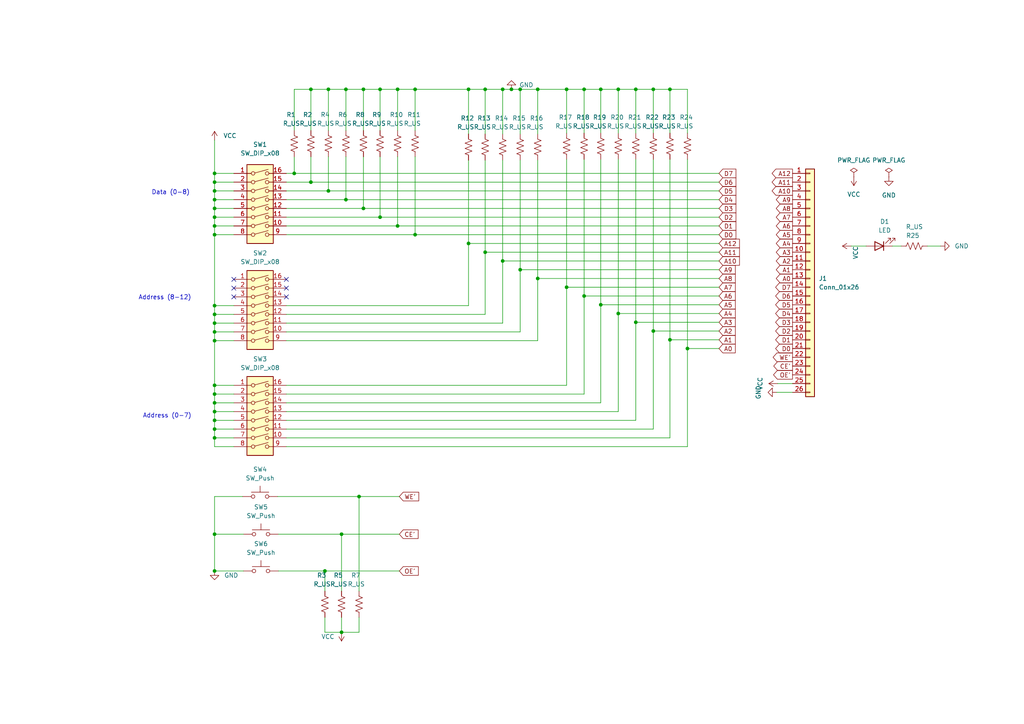
<source format=kicad_sch>
(kicad_sch (version 20211123) (generator eeschema)
  (paper "A4")
  (title_block (title "Debug board") (date "2025-06-06") (rev "1"))
  (lib_symbols
    (symbol "Connector_Generic:Conn_01x26" (pin_names (offset 1.016) hide)
      (property "Reference" "J" (at 0 33.02 0))
      (property "Value" "Conn_01x26" (at 0 -35.56 0))
      (symbol "Conn_01x26_1_1"
        (rectangle (start -1.27 -32.893) (end 0 -33.147) (stroke (width 0.1524)))
        (rectangle (start -1.27 -30.353) (end 0 -30.607) (stroke (width 0.1524)))
        (rectangle (start -1.27 -27.813) (end 0 -28.067) (stroke (width 0.1524)))
        (rectangle (start -1.27 -25.273) (end 0 -25.527) (stroke (width 0.1524)))
        (rectangle (start -1.27 -22.733) (end 0 -22.987) (stroke (width 0.1524)))
        (rectangle (start -1.27 -20.193) (end 0 -20.447) (stroke (width 0.1524)))
        (rectangle (start -1.27 -17.653) (end 0 -17.907) (stroke (width 0.1524)))
        (rectangle (start -1.27 -15.113) (end 0 -15.367) (stroke (width 0.1524)))
        (rectangle (start -1.27 -12.573) (end 0 -12.827) (stroke (width 0.1524)))
        (rectangle (start -1.27 -10.033) (end 0 -10.287) (stroke (width 0.1524)))
        (rectangle (start -1.27 -7.493) (end 0 -7.747) (stroke (width 0.1524)))
        (rectangle (start -1.27 -4.953) (end 0 -5.207) (stroke (width 0.1524)))
        (rectangle (start -1.27 -2.413) (end 0 -2.667) (stroke (width 0.1524)))
        (rectangle (start -1.27 0.127) (end 0 -0.127) (stroke (width 0.1524)))
        (rectangle (start -1.27 2.667) (end 0 2.413) (stroke (width 0.1524)))
        (rectangle (start -1.27 5.207) (end 0 4.953) (stroke (width 0.1524)))
        (rectangle (start -1.27 7.747) (end 0 7.493) (stroke (width 0.1524)))
        (rectangle (start -1.27 10.287) (end 0 10.033) (stroke (width 0.1524)))
        (rectangle (start -1.27 12.827) (end 0 12.573) (stroke (width 0.1524)))
        (rectangle (start -1.27 15.367) (end 0 15.113) (stroke (width 0.1524)))
        (rectangle (start -1.27 17.907) (end 0 17.653) (stroke (width 0.1524)))
        (rectangle (start -1.27 20.447) (end 0 20.193) (stroke (width 0.1524)))
        (rectangle (start -1.27 22.987) (end 0 22.733) (stroke (width 0.1524)))
        (rectangle (start -1.27 25.527) (end 0 25.273) (stroke (width 0.1524)))
        (rectangle (start -1.27 28.067) (end 0 27.813) (stroke (width 0.1524)))
        (rectangle (start -1.27 30.607) (end 0 30.353) (stroke (width 0.1524)))
        (rectangle (start -1.27 31.75) (end 1.27 -34.29) (stroke (width 0.254)) (fill (type background)))
        (pin passive line (at -5.08 30.48 0) (length 3.81) (name "Pin_1") (number "1"))
        (pin passive line (at -5.08 7.62 0) (length 3.81) (name "Pin_10") (number "10"))
        (pin passive line (at -5.08 5.08 0) (length 3.81) (name "Pin_11") (number "11"))
        (pin passive line (at -5.08 2.54 0) (length 3.81) (name "Pin_12") (number "12"))
        (pin passive line (at -5.08 0 0) (length 3.81) (name "Pin_13") (number "13"))
        (pin passive line (at -5.08 -2.54 0) (length 3.81) (name "Pin_14") (number "14"))
        (pin passive line (at -5.08 -5.08 0) (length 3.81) (name "Pin_15") (number "15"))
        (pin passive line (at -5.08 -7.62 0) (length 3.81) (name "Pin_16") (number "16"))
        (pin passive line (at -5.08 -10.16 0) (length 3.81) (name "Pin_17") (number "17"))
        (pin passive line (at -5.08 -12.7 0) (length 3.81) (name "Pin_18") (number "18"))
        (pin passive line (at -5.08 -15.24 0) (length 3.81) (name "Pin_19") (number "19"))
        (pin passive line (at -5.08 27.94 0) (length 3.81) (name "Pin_2") (number "2"))
        (pin passive line (at -5.08 -17.78 0) (length 3.81) (name "Pin_20") (number "20"))
        (pin passive line (at -5.08 -20.32 0) (length 3.81) (name "Pin_21") (number "21"))
        (pin passive line (at -5.08 -22.86 0) (length 3.81) (name "Pin_22") (number "22"))
        (pin passive line (at -5.08 -25.4 0) (length 3.81) (name "Pin_23") (number "23"))
        (pin passive line (at -5.08 -27.94 0) (length 3.81) (name "Pin_24") (number "24"))
        (pin passive line (at -5.08 -30.48 0) (length 3.81) (name "Pin_25") (number "25"))
        (pin passive line (at -5.08 -33.02 0) (length 3.81) (name "Pin_26") (number "26"))
        (pin passive line (at -5.08 25.4 0) (length 3.81) (name "Pin_3") (number "3"))
        (pin passive line (at -5.08 22.86 0) (length 3.81) (name "Pin_4") (number "4"))
        (pin passive line (at -5.08 20.32 0) (length 3.81) (name "Pin_5") (number "5"))
        (pin passive line (at -5.08 17.78 0) (length 3.81) (name "Pin_6") (number "6"))
        (pin passive line (at -5.08 15.24 0) (length 3.81) (name "Pin_7") (number "7"))
        (pin passive line (at -5.08 12.7 0) (length 3.81) (name "Pin_8") (number "8"))
        (pin passive line (at -5.08 10.16 0) (length 3.81) (name "Pin_9") (number "9"))
      )
    )
    (symbol "Device:LED" (pin_numbers hide) (pin_names (offset 1.016) hide)
      (property "Reference" "D" (at 0 2.54 0))
      (property "Value" "LED" (at 0 -2.54 0))
      (symbol "LED_0_1"
        (polyline (pts (xy -1.27 -1.27) (xy -1.27 1.27)) (stroke (width 0.254)))
        (polyline (pts (xy -1.27 0) (xy 1.27 0)))
        (polyline (pts (xy 1.27 -1.27) (xy 1.27 1.27) (xy -1.27 0) (xy 1.27 -1.27)) (stroke (width 0.254)))
        (polyline (pts (xy -3.048 -0.762) (xy -4.572 -2.286) (xy -3.81 -2.286) (xy -4.572 -2.286) (xy -4.572 -1.524)))
        (polyline (pts (xy -1.778 -0.762) (xy -3.302 -2.286) (xy -2.54 -2.286) (xy -3.302 -2.286) (xy -3.302 -1.524)))
      )
      (symbol "LED_1_1"
        (pin passive line (at -3.81 0 0) (length 2.54) (name "K") (number "1"))
        (pin passive line (at 3.81 0 180) (length 2.54) (name "A") (number "2"))
      )
    )
    (symbol "Device:R_US" (pin_numbers hide) (pin_names (offset 0))
      (property "Reference" "R" (at 2.54 0 90))
      (property "Value" "R_US" (at -2.54 0 90))
      (symbol "R_US_0_1"
        (polyline (pts (xy 0 -2.286) (xy 0 -2.54)))
        (polyline (pts (xy 0 2.286) (xy 0 2.54)))
        (polyline (pts (xy 0 -0.762) (xy 1.016 -1.143) (xy 0 -1.524) (xy -1.016 -1.905) (xy 0 -2.286)))
        (polyline (pts (xy 0 0.762) (xy 1.016 0.381) (xy 0 0) (xy -1.016 -0.381) (xy 0 -0.762)))
        (polyline (pts (xy 0 2.286) (xy 1.016 1.905) (xy 0 1.524) (xy -1.016 1.143) (xy 0 0.762)))
      )
      (symbol "R_US_1_1"
        (pin passive line (at 0 3.81 270) (length 1.27) (name "~") (number "1"))
        (pin passive line (at 0 -3.81 90) (length 1.27) (name "~") (number "2"))
      )
    )
    (symbol "Switch:SW_DIP_x08" (pin_names (offset 0) hide)
      (property "Reference" "SW" (at 0 13.97 0))
      (property "Value" "SW_DIP_x08" (at 0 -11.43 0))
      (symbol "SW_DIP_x08_0_0"
        (circle (center -2.032 -7.62) (radius 0.508))
        (circle (center -2.032 -5.08) (radius 0.508))
        (circle (center -2.032 -2.54) (radius 0.508))
        (circle (center -2.032 0) (radius 0.508))
        (circle (center -2.032 2.54) (radius 0.508))
        (circle (center -2.032 5.08) (radius 0.508))
        (circle (center -2.032 7.62) (radius 0.508))
        (circle (center -2.032 10.16) (radius 0.508))
        (polyline (pts (xy -1.524 -7.4676) (xy 2.3622 -6.4262)))
        (polyline (pts (xy -1.524 -4.9276) (xy 2.3622 -3.8862)))
        (polyline (pts (xy -1.524 -2.3876) (xy 2.3622 -1.3462)))
        (polyline (pts (xy -1.524 0.127) (xy 2.3622 1.1684)))
        (polyline (pts (xy -1.524 2.667) (xy 2.3622 3.7084)))
        (polyline (pts (xy -1.524 5.207) (xy 2.3622 6.2484)))
        (polyline (pts (xy -1.524 7.747) (xy 2.3622 8.7884)))
        (polyline (pts (xy -1.524 10.287) (xy 2.3622 11.3284)))
        (circle (center 2.032 -7.62) (radius 0.508))
        (circle (center 2.032 -5.08) (radius 0.508))
        (circle (center 2.032 -2.54) (radius 0.508))
        (circle (center 2.032 0) (radius 0.508))
        (circle (center 2.032 2.54) (radius 0.508))
        (circle (center 2.032 5.08) (radius 0.508))
        (circle (center 2.032 7.62) (radius 0.508))
        (circle (center 2.032 10.16) (radius 0.508))
      )
      (symbol "SW_DIP_x08_0_1"
        (rectangle (start -3.81 12.7) (end 3.81 -10.16) (stroke (width 0.254)) (fill (type background)))
      )
      (symbol "SW_DIP_x08_1_1"
        (pin passive line (at -7.62 10.16 0) (length 5.08) (name "~") (number "1"))
        (pin passive line (at 7.62 -5.08 180) (length 5.08) (name "~") (number "10"))
        (pin passive line (at 7.62 -2.54 180) (length 5.08) (name "~") (number "11"))
        (pin passive line (at 7.62 0 180) (length 5.08) (name "~") (number "12"))
        (pin passive line (at 7.62 2.54 180) (length 5.08) (name "~") (number "13"))
        (pin passive line (at 7.62 5.08 180) (length 5.08) (name "~") (number "14"))
        (pin passive line (at 7.62 7.62 180) (length 5.08) (name "~") (number "15"))
        (pin passive line (at 7.62 10.16 180) (length 5.08) (name "~") (number "16"))
        (pin passive line (at -7.62 7.62 0) (length 5.08) (name "~") (number "2"))
        (pin passive line (at -7.62 5.08 0) (length 5.08) (name "~") (number "3"))
        (pin passive line (at -7.62 2.54 0) (length 5.08) (name "~") (number "4"))
        (pin passive line (at -7.62 0 0) (length 5.08) (name "~") (number "5"))
        (pin passive line (at -7.62 -2.54 0) (length 5.08) (name "~") (number "6"))
        (pin passive line (at -7.62 -5.08 0) (length 5.08) (name "~") (number "7"))
        (pin passive line (at -7.62 -7.62 0) (length 5.08) (name "~") (number "8"))
        (pin passive line (at 7.62 -7.62 180) (length 5.08) (name "~") (number "9"))
      )
    )
    (symbol "Switch:SW_Push" (pin_numbers hide) (pin_names (offset 1.016) hide)
      (property "Reference" "SW" (at 1.27 2.54 0))
      (property "Value" "SW_Push" (at 0 -1.524 0))
      (symbol "SW_Push_0_1"
        (circle (center -2.032 0) (radius 0.508))
        (polyline (pts (xy 0 1.27) (xy 0 3.048)))
        (polyline (pts (xy 2.54 1.27) (xy -2.54 1.27)))
        (circle (center 2.032 0) (radius 0.508))
        (pin passive line (at -5.08 0 0) (length 2.54) (name "1") (number "1"))
        (pin passive line (at 5.08 0 180) (length 2.54) (name "2") (number "2"))
      )
    )
    (symbol "power:GND" (power) (pin_names (offset 0))
      (property "Value" "GND" (at 0 -3.81 0))
      (symbol "GND_0_1"
        (polyline (pts (xy 0 0) (xy 0 -1.27) (xy 1.27 -1.27) (xy 0 -2.54) (xy -1.27 -1.27) (xy 0 -1.27)))
      )
      (symbol "GND_1_1"
        (pin power_in line (at 0 0 270) (length 0) hide (name "GND") (number "1"))
      )
    )
    (symbol "power:PWR_FLAG" (power) (pin_numbers hide) (pin_names (offset 0) hide)
      (property "Value" "PWR_FLAG" (at 0 3.81 0))
      (symbol "PWR_FLAG_0_0"
        (pin power_out line (at 0 0 90) (length 0) (name "pwr") (number "1"))
      )
      (symbol "PWR_FLAG_0_1"
        (polyline (pts (xy 0 0) (xy 0 1.27) (xy -1.016 1.905) (xy 0 2.54) (xy 1.016 1.905) (xy 0 1.27)))
      )
    )
    (symbol "power:VCC" (power) (pin_names (offset 0))
      (property "Value" "VCC" (at 0 3.81 0))
      (symbol "VCC_0_1"
        (polyline (pts (xy -0.762 1.27) (xy 0 2.54)))
        (polyline (pts (xy 0 0) (xy 0 2.54)))
        (polyline (pts (xy 0 2.54) (xy 0.762 1.27)))
      )
      (symbol "VCC_1_1"
        (pin power_in line (at 0 0 90) (length 0) hide (name "VCC") (number "1"))
      )
    )
  )
  (junction (at 85.344 50.292))
  (junction (at 99.06 154.94))
  (junction (at 189.484 25.908))
  (junction (at 140.716 73.152))
  (junction (at 135.89 70.612))
  (junction (at 164.338 25.908))
  (junction (at 179.324 90.932))
  (junction (at 95.25 55.372))
  (junction (at 140.716 25.908))
  (junction (at 145.796 25.908))
  (junction (at 179.324 25.908))
  (junction (at 62.23 116.84))
  (junction (at 62.23 98.806))
  (junction (at 120.396 25.908))
  (junction (at 184.404 93.472))
  (junction (at 184.404 25.908))
  (junction (at 115.316 65.532))
  (junction (at 62.23 154.94))
  (junction (at 62.23 50.292))
  (junction (at 62.23 65.532))
  (junction (at 62.23 165.608))
  (junction (at 100.33 57.912))
  (junction (at 164.338 83.312))
  (junction (at 145.796 75.692))
  (junction (at 62.23 119.38))
  (junction (at 62.23 93.726))
  (junction (at 174.244 25.908))
  (junction (at 94.234 165.608))
  (junction (at 62.23 121.92))
  (junction (at 120.396 68.072))
  (junction (at 105.41 60.452))
  (junction (at 62.23 52.832))
  (junction (at 62.23 68.072))
  (junction (at 100.33 25.908))
  (junction (at 169.418 25.908))
  (junction (at 62.23 124.46))
  (junction (at 62.23 127))
  (junction (at 62.23 96.266))
  (junction (at 169.418 85.852))
  (junction (at 62.23 111.76))
  (junction (at 115.316 25.908))
  (junction (at 62.23 60.452))
  (junction (at 105.41 25.908))
  (junction (at 104.14 144.018))
  (junction (at 155.956 25.908))
  (junction (at 135.89 25.908))
  (junction (at 62.23 114.3))
  (junction (at 90.17 25.908))
  (junction (at 99.06 183.388))
  (junction (at 194.31 25.908))
  (junction (at 62.23 62.992))
  (junction (at 155.956 80.772))
  (junction (at 174.244 88.392))
  (junction (at 62.23 57.912))
  (junction (at 148.336 25.908))
  (junction (at 194.31 98.552))
  (junction (at 110.236 25.908))
  (junction (at 62.23 55.372))
  (junction (at 95.25 25.908))
  (junction (at 62.23 91.186))
  (junction (at 110.236 62.992))
  (junction (at 62.23 88.646))
  (junction (at 150.876 25.908))
  (junction (at 150.876 78.232))
  (junction (at 90.17 52.832))
  (junction (at 189.484 96.012))
  (junction (at 199.39 101.092))
  (no_connect (at 83.058 83.566))
  (no_connect (at 83.058 81.026))
  (no_connect (at 67.818 81.026))
  (no_connect (at 67.818 86.106))
  (no_connect (at 67.818 83.566))
  (no_connect (at 83.058 86.106))
  (wire (pts (xy 62.23 65.532) (xy 62.23 68.072)))
  (wire (pts (xy 80.518 144.018) (xy 104.14 144.018)))
  (wire (pts (xy 184.404 25.908) (xy 189.484 25.908)))
  (wire (pts (xy 140.716 73.152) (xy 140.716 91.186)))
  (wire (pts (xy 62.23 154.94) (xy 70.612 154.94)))
  (wire (pts (xy 208.534 93.472) (xy 184.404 93.472)))
  (wire (pts (xy 67.818 50.292) (xy 62.23 50.292)))
  (wire (pts (xy 189.484 25.908) (xy 194.31 25.908)))
  (wire (pts (xy 174.244 25.908) (xy 179.324 25.908)))
  (wire (pts (xy 135.89 70.612) (xy 208.534 70.612)))
  (wire (pts (xy 140.716 73.152) (xy 208.534 73.152)))
  (wire (pts (xy 208.5336 83.312) (xy 164.338 83.312)))
  (wire (pts (xy 62.23 124.46) (xy 62.23 127)))
  (wire (pts (xy 62.23 68.072) (xy 62.23 88.646)))
  (wire (pts (xy 169.418 25.908) (xy 174.244 25.908)))
  (wire (pts (xy 179.324 46.228) (xy 179.324 90.932)))
  (wire (pts (xy 62.23 144.018) (xy 70.358 144.018)))
  (wire (pts (xy 105.41 45.466) (xy 105.41 60.452)))
  (wire (pts (xy 261.366 71.374) (xy 258.826 71.374)))
  (wire (pts (xy 135.89 46.482) (xy 135.89 70.612)))
  (wire (pts (xy 120.396 25.908) (xy 135.89 25.908)))
  (wire (pts (xy 90.17 52.832) (xy 208.534 52.832)))
  (wire (pts (xy 272.796 71.374) (xy 268.986 71.374)))
  (wire (pts (xy 67.818 52.832) (xy 62.23 52.832)))
  (wire (pts (xy 104.14 183.388) (xy 99.06 183.388)))
  (wire (pts (xy 62.23 91.186) (xy 62.23 93.726)))
  (wire (pts (xy 145.796 25.908) (xy 148.336 25.908)))
  (wire (pts (xy 100.33 57.912) (xy 208.534 57.912)))
  (wire (pts (xy 67.818 65.532) (xy 62.23 65.532)))
  (wire (pts (xy 85.344 37.846) (xy 85.344 25.908)))
  (wire (pts (xy 169.418 46.228) (xy 169.418 85.852)))
  (wire (pts (xy 148.336 25.908) (xy 150.876 25.908)))
  (wire (pts (xy 150.876 46.482) (xy 150.876 78.232)))
  (wire (pts (xy 110.236 25.908) (xy 115.316 25.908)))
  (wire (pts (xy 208.534 80.772) (xy 155.956 80.772)))
  (wire (pts (xy 99.06 179.07) (xy 99.06 183.388)))
  (wire (pts (xy 80.772 165.608) (xy 94.234 165.608)))
  (wire (pts (xy 83.058 93.726) (xy 145.796 93.726)))
  (wire (pts (xy 199.39 46.228) (xy 199.39 101.092)))
  (wire (pts (xy 62.23 121.92) (xy 62.23 124.46)))
  (wire (pts (xy 179.324 25.908) (xy 184.404 25.908)))
  (wire (pts (xy 120.396 68.072) (xy 120.396 45.466)))
  (wire (pts (xy 83.058 129.54) (xy 199.39 129.54)))
  (wire (pts (xy 62.23 68.072) (xy 67.818 68.072)))
  (wire (pts (xy 62.23 114.3) (xy 67.818 114.3)))
  (wire (pts (xy 67.818 62.992) (xy 62.23 62.992)))
  (wire (pts (xy 105.41 25.908) (xy 110.236 25.908)))
  (wire (pts (xy 62.23 98.806) (xy 62.23 111.76)))
  (wire (pts (xy 115.316 25.908) (xy 115.316 37.846)))
  (wire (pts (xy 62.23 165.608) (xy 70.612 165.608)))
  (wire (pts (xy 83.058 121.92) (xy 184.404 121.92)))
  (wire (pts (xy 208.534 101.092) (xy 199.39 101.092)))
  (wire (pts (xy 155.956 80.772) (xy 155.956 98.806)))
  (wire (pts (xy 83.058 111.76) (xy 164.338 111.76)))
  (wire (pts (xy 164.338 83.312) (xy 164.338 111.76)))
  (wire (pts (xy 83.058 68.072) (xy 120.396 68.072)))
  (wire (pts (xy 208.534 96.012) (xy 189.484 96.012)))
  (wire (pts (xy 80.772 154.94) (xy 99.06 154.94)))
  (wire (pts (xy 189.484 46.228) (xy 189.484 96.012)))
  (wire (pts (xy 164.338 46.228) (xy 164.338 83.312)))
  (wire (pts (xy 110.236 62.992) (xy 208.534 62.992)))
  (wire (pts (xy 150.876 78.232) (xy 208.534 78.232)))
  (wire (pts (xy 83.058 119.38) (xy 179.324 119.38)))
  (wire (pts (xy 135.89 38.862) (xy 135.89 25.908)))
  (wire (pts (xy 194.31 98.552) (xy 194.31 127)))
  (wire (pts (xy 62.23 50.292) (xy 62.23 52.832)))
  (wire (pts (xy 145.796 46.482) (xy 145.796 75.692)))
  (wire (pts (xy 184.404 38.608) (xy 184.404 25.908)))
  (wire (pts (xy 150.876 25.908) (xy 155.956 25.908)))
  (wire (pts (xy 150.876 38.862) (xy 150.876 25.908)))
  (wire (pts (xy 83.058 88.646) (xy 135.89 88.646)))
  (wire (pts (xy 95.25 37.846) (xy 95.25 25.908)))
  (wire (pts (xy 145.796 75.692) (xy 145.796 93.726)))
  (wire (pts (xy 62.23 57.912) (xy 67.818 57.912)))
  (wire (pts (xy 95.25 25.908) (xy 100.33 25.908)))
  (wire (pts (xy 208.534 88.392) (xy 174.244 88.392)))
  (wire (pts (xy 62.23 154.94) (xy 62.23 165.608)))
  (wire (pts (xy 140.716 46.482) (xy 140.716 73.152)))
  (wire (pts (xy 189.484 96.012) (xy 189.484 124.46)))
  (wire (pts (xy 94.234 183.388) (xy 99.06 183.388)))
  (wire (pts (xy 83.058 57.912) (xy 100.33 57.912)))
  (wire (pts (xy 135.89 70.612) (xy 135.89 88.646)))
  (wire (pts (xy 62.23 93.726) (xy 62.23 96.266)))
  (wire (pts (xy 62.23 116.84) (xy 62.23 119.38)))
  (wire (pts (xy 62.23 62.992) (xy 62.23 65.532)))
  (wire (pts (xy 199.39 101.092) (xy 199.39 129.54)))
  (wire (pts (xy 67.818 96.266) (xy 62.23 96.266)))
  (wire (pts (xy 67.818 55.372) (xy 62.23 55.372)))
  (wire (pts (xy 62.23 127) (xy 62.23 129.54)))
  (wire (pts (xy 105.41 60.452) (xy 208.534 60.452)))
  (wire (pts (xy 104.14 144.018) (xy 104.14 171.45)))
  (wire (pts (xy 120.396 25.908) (xy 115.316 25.908)))
  (wire (pts (xy 62.23 111.76) (xy 67.818 111.76)))
  (wire (pts (xy 85.344 50.292) (xy 85.344 45.466)))
  (wire (pts (xy 155.956 46.482) (xy 155.956 80.772)))
  (wire (pts (xy 90.17 45.466) (xy 90.17 52.832)))
  (wire (pts (xy 199.39 38.608) (xy 199.39 25.908)))
  (wire (pts (xy 95.25 55.372) (xy 95.25 45.466)))
  (wire (pts (xy 174.244 88.392) (xy 174.244 116.84)))
  (wire (pts (xy 155.956 38.862) (xy 155.956 25.908)))
  (wire (pts (xy 120.396 37.846) (xy 120.396 25.908)))
  (wire (pts (xy 100.33 25.908) (xy 105.41 25.908)))
  (wire (pts (xy 83.058 60.452) (xy 105.41 60.452)))
  (wire (pts (xy 184.404 93.472) (xy 184.404 121.92)))
  (wire (pts (xy 62.23 96.266) (xy 62.23 98.806)))
  (wire (pts (xy 208.534 90.932) (xy 179.324 90.932)))
  (wire (pts (xy 62.23 114.3) (xy 62.23 116.84)))
  (wire (pts (xy 90.17 37.846) (xy 90.17 25.908)))
  (wire (pts (xy 62.23 144.018) (xy 62.23 154.94)))
  (wire (pts (xy 105.41 37.846) (xy 105.41 25.908)))
  (wire (pts (xy 62.23 88.646) (xy 62.23 91.186)))
  (wire (pts (xy 155.956 25.908) (xy 164.338 25.908)))
  (wire (pts (xy 115.316 65.532) (xy 208.534 65.532)))
  (wire (pts (xy 67.818 60.452) (xy 62.23 60.452)))
  (wire (pts (xy 140.716 38.862) (xy 140.716 25.908)))
  (wire (pts (xy 67.818 93.726) (xy 62.23 93.726)))
  (wire (pts (xy 83.058 98.806) (xy 155.956 98.806)))
  (wire (pts (xy 208.534 75.692) (xy 145.796 75.692)))
  (wire (pts (xy 62.23 129.54) (xy 67.818 129.54)))
  (wire (pts (xy 62.23 111.76) (xy 62.23 114.3)))
  (wire (pts (xy 62.23 60.452) (xy 62.23 62.992)))
  (wire (pts (xy 169.418 38.608) (xy 169.418 25.908)))
  (wire (pts (xy 174.244 38.608) (xy 174.244 25.908)))
  (wire (pts (xy 95.25 55.372) (xy 208.534 55.372)))
  (wire (pts (xy 208.534 98.552) (xy 194.31 98.552)))
  (wire (pts (xy 83.058 52.832) (xy 90.17 52.832)))
  (wire (pts (xy 179.324 38.608) (xy 179.324 25.908)))
  (wire (pts (xy 184.404 46.228) (xy 184.404 93.472)))
  (wire (pts (xy 246.888 71.374) (xy 251.206 71.374)))
  (wire (pts (xy 94.234 165.608) (xy 94.234 171.45)))
  (wire (pts (xy 83.058 65.532) (xy 115.316 65.532)))
  (wire (pts (xy 83.058 127) (xy 194.31 127)))
  (wire (pts (xy 110.236 37.846) (xy 110.236 25.908)))
  (wire (pts (xy 100.33 57.912) (xy 100.33 45.466)))
  (wire (pts (xy 99.06 154.94) (xy 115.824 154.94)))
  (wire (pts (xy 62.23 119.38) (xy 67.818 119.38)))
  (wire (pts (xy 104.14 179.07) (xy 104.14 183.388)))
  (wire (pts (xy 67.818 91.186) (xy 62.23 91.186)))
  (wire (pts (xy 83.058 114.3) (xy 169.418 114.3)))
  (wire (pts (xy 208.534 85.852) (xy 169.418 85.852)))
  (wire (pts (xy 83.058 91.186) (xy 140.716 91.186)))
  (wire (pts (xy 194.31 38.608) (xy 194.31 25.908)))
  (wire (pts (xy 120.396 68.072) (xy 208.534 68.072)))
  (wire (pts (xy 83.058 55.372) (xy 95.25 55.372)))
  (wire (pts (xy 62.23 55.372) (xy 62.23 57.912)))
  (wire (pts (xy 83.058 96.266) (xy 150.876 96.266)))
  (wire (pts (xy 94.234 179.07) (xy 94.234 183.388)))
  (wire (pts (xy 115.316 65.532) (xy 115.316 45.466)))
  (wire (pts (xy 83.058 50.292) (xy 85.344 50.292)))
  (wire (pts (xy 194.31 46.228) (xy 194.31 98.552)))
  (wire (pts (xy 62.23 124.46) (xy 67.818 124.46)))
  (wire (pts (xy 62.23 40.64) (xy 62.23 50.292)))
  (wire (pts (xy 110.236 62.992) (xy 110.236 45.466)))
  (wire (pts (xy 85.344 25.908) (xy 90.17 25.908)))
  (wire (pts (xy 62.23 57.912) (xy 62.23 60.452)))
  (wire (pts (xy 145.796 38.862) (xy 145.796 25.908)))
  (wire (pts (xy 67.818 116.84) (xy 62.23 116.84)))
  (wire (pts (xy 140.716 25.908) (xy 135.89 25.908)))
  (wire (pts (xy 99.06 154.94) (xy 99.06 171.45)))
  (wire (pts (xy 225.552 111.252) (xy 229.87 111.252)))
  (wire (pts (xy 145.796 25.908) (xy 140.716 25.908)))
  (wire (pts (xy 85.344 50.292) (xy 208.534 50.292)))
  (wire (pts (xy 62.23 88.646) (xy 67.818 88.646)))
  (wire (pts (xy 83.058 124.46) (xy 189.484 124.46)))
  (wire (pts (xy 100.33 25.908) (xy 100.33 37.846)))
  (wire (pts (xy 194.31 25.908) (xy 199.39 25.908)))
  (wire (pts (xy 189.484 38.608) (xy 189.484 25.908)))
  (wire (pts (xy 94.234 165.608) (xy 115.824 165.608)))
  (wire (pts (xy 90.17 25.908) (xy 95.25 25.908)))
  (wire (pts (xy 225.298 113.792) (xy 229.87 113.792)))
  (wire (pts (xy 179.324 90.932) (xy 179.324 119.38)))
  (wire (pts (xy 174.244 46.228) (xy 174.244 88.392)))
  (wire (pts (xy 62.23 119.38) (xy 62.23 121.92)))
  (wire (pts (xy 83.058 62.992) (xy 110.236 62.992)))
  (wire (pts (xy 62.23 98.806) (xy 67.818 98.806)))
  (wire (pts (xy 164.338 38.608) (xy 164.338 25.908)))
  (wire (pts (xy 164.338 25.908) (xy 169.418 25.908)))
  (wire (pts (xy 169.418 85.852) (xy 169.418 114.3)))
  (wire (pts (xy 62.23 52.832) (xy 62.23 55.372)))
  (wire (pts (xy 150.876 78.232) (xy 150.876 96.266)))
  (wire (pts (xy 62.23 121.92) (xy 67.818 121.92)))
  (wire (pts (xy 83.058 116.84) (xy 174.244 116.84)))
  (wire (pts (xy 104.14 144.018) (xy 115.824 144.018)))
  (wire (pts (xy 62.23 127) (xy 67.818 127)))
  (text "Address (8-12)" (at 40.132 87.122 0) (effects (font (size 1.27 1.27)) (justify left bottom)))
  (text "Address (0-7)" (at 41.402 121.412 0) (effects (font (size 1.27 1.27)) (justify left bottom)))
  (text "Data (0-8)" (at 43.942 56.642 0) (effects (font (size 1.27 1.27)) (justify left bottom)))
  (global_label "A4" (shape input) (at 208.534 90.932 0) (property "Intersheet References" "${INTERSHEET_REFS}" (effects hide)))
  (global_label "D3" (shape output) (at 229.87 93.472 180) (property "Intersheet References" "${INTERSHEET_REFS}" (effects hide)))
  (global_label "A0" (shape output) (at 229.87 80.772 180) (property "Intersheet References" "${INTERSHEET_REFS}" (effects hide)))
  (global_label "D5" (shape output) (at 229.87 88.392 180) (property "Intersheet References" "${INTERSHEET_REFS}" (effects hide)))
  (global_label "A2" (shape input) (at 208.534 96.012 0) (property "Intersheet References" "${INTERSHEET_REFS}" (effects hide)))
  (global_label "A7" (shape output) (at 229.87 62.992 180) (property "Intersheet References" "${INTERSHEET_REFS}" (effects hide)))
  (global_label "D0" (shape output) (at 229.87 101.092 180) (property "Intersheet References" "${INTERSHEET_REFS}" (effects hide)))
  (global_label "A8" (shape input) (at 208.534 80.772 0) (property "Intersheet References" "${INTERSHEET_REFS}" (effects hide)))
  (global_label "WE'" (shape input) (at 115.824 144.018 0) (property "Intersheet References" "${INTERSHEET_REFS}" (effects hide)))
  (global_label "D3" (shape input) (at 208.534 60.452 0) (property "Intersheet References" "${INTERSHEET_REFS}" (effects hide)))
  (global_label "D5" (shape input) (at 208.534 55.372 0) (property "Intersheet References" "${INTERSHEET_REFS}" (effects hide)))
  (global_label "CE'" (shape output) (at 229.87 106.172 180) (property "Intersheet References" "${INTERSHEET_REFS}" (effects hide)))
  (global_label "D1" (shape output) (at 229.87 98.552 180) (property "Intersheet References" "${INTERSHEET_REFS}" (effects hide)))
  (global_label "A1" (shape input) (at 208.534 98.552 0) (property "Intersheet References" "${INTERSHEET_REFS}" (effects hide)))
  (global_label "D6" (shape output) (at 229.87 85.852 180) (property "Intersheet References" "${INTERSHEET_REFS}" (effects hide)))
  (global_label "D2" (shape output) (at 229.87 96.012 180) (property "Intersheet References" "${INTERSHEET_REFS}" (effects hide)))
  (global_label "A11" (shape output) (at 229.87 52.832 180) (property "Intersheet References" "${INTERSHEET_REFS}" (effects hide)))
  (global_label "A2" (shape output) (at 229.87 75.692 180) (property "Intersheet References" "${INTERSHEET_REFS}" (effects hide)))
  (global_label "CE'" (shape input) (at 115.824 154.94 0) (property "Intersheet References" "${INTERSHEET_REFS}" (effects hide)))
  (global_label "A5" (shape output) (at 229.87 68.072 180) (property "Intersheet References" "${INTERSHEET_REFS}" (effects hide)))
  (global_label "A10" (shape output) (at 229.87 55.372 180) (property "Intersheet References" "${INTERSHEET_REFS}" (effects hide)))
  (global_label "A12" (shape output) (at 229.87 50.292 180) (property "Intersheet References" "${INTERSHEET_REFS}" (effects hide)))
  (global_label "A3" (shape output) (at 229.87 73.152 180) (property "Intersheet References" "${INTERSHEET_REFS}" (effects hide)))
  (global_label "D7" (shape output) (at 229.87 83.312 180) (property "Intersheet References" "${INTERSHEET_REFS}" (effects hide)))
  (global_label "A10" (shape input) (at 208.534 75.692 0) (property "Intersheet References" "${INTERSHEET_REFS}" (effects hide)))
  (global_label "OE'" (shape input) (at 115.824 165.608 0) (property "Intersheet References" "${INTERSHEET_REFS}" (effects hide)))
  (global_label "D4" (shape output) (at 229.87 90.932 180) (property "Intersheet References" "${INTERSHEET_REFS}" (effects hide)))
  (global_label "D4" (shape input) (at 208.534 57.912 0) (property "Intersheet References" "${INTERSHEET_REFS}" (effects hide)))
  (global_label "A8" (shape output) (at 229.87 60.452 180) (property "Intersheet References" "${INTERSHEET_REFS}" (effects hide)))
  (global_label "D6" (shape input) (at 208.534 52.832 0) (property "Intersheet References" "${INTERSHEET_REFS}" (effects hide)))
  (global_label "OE'" (shape output) (at 229.87 108.712 180) (property "Intersheet References" "${INTERSHEET_REFS}" (effects hide)))
  (global_label "A12" (shape input) (at 208.534 70.612 0) (property "Intersheet References" "${INTERSHEET_REFS}" (effects hide)))
  (global_label "A0" (shape input) (at 208.534 101.092 0) (property "Intersheet References" "${INTERSHEET_REFS}" (effects hide)))
  (global_label "A5" (shape input) (at 208.534 88.392 0) (property "Intersheet References" "${INTERSHEET_REFS}" (effects hide)))
  (global_label "A7" (shape input) (at 208.5336 83.312 0) (property "Intersheet References" "${INTERSHEET_REFS}" (effects hide)))
  (global_label "A11" (shape input) (at 208.534 73.152 0) (property "Intersheet References" "${INTERSHEET_REFS}" (effects hide)))
  (global_label "D7" (shape input) (at 208.534 50.292 0) (property "Intersheet References" "${INTERSHEET_REFS}" (effects hide)))
  (global_label "A6" (shape input) (at 208.534 85.852 0) (property "Intersheet References" "${INTERSHEET_REFS}" (effects hide)))
  (global_label "A1" (shape output) (at 229.87 78.232 180) (property "Intersheet References" "${INTERSHEET_REFS}" (effects hide)))
  (global_label "D1" (shape input) (at 208.534 65.532 0) (property "Intersheet References" "${INTERSHEET_REFS}" (effects hide)))
  (global_label "A3" (shape input) (at 208.534 93.472 0) (property "Intersheet References" "${INTERSHEET_REFS}" (effects hide)))
  (global_label "D2" (shape input) (at 208.534 62.992 0) (property "Intersheet References" "${INTERSHEET_REFS}" (effects hide)))
  (global_label "A9" (shape input) (at 208.534 78.232 0) (property "Intersheet References" "${INTERSHEET_REFS}" (effects hide)))
  (global_label "WE'" (shape output) (at 229.87 103.632 180) (property "Intersheet References" "${INTERSHEET_REFS}" (effects hide)))
  (global_label "A4" (shape output) (at 229.87 70.612 180) (property "Intersheet References" "${INTERSHEET_REFS}" (effects hide)))
  (global_label "D0" (shape input) (at 208.534 68.072 0) (property "Intersheet References" "${INTERSHEET_REFS}" (effects hide)))
  (global_label "A6" (shape output) (at 229.87 65.532 180) (property "Intersheet References" "${INTERSHEET_REFS}" (effects hide)))
  (global_label "A9" (shape output) (at 229.87 57.912 180) (property "Intersheet References" "${INTERSHEET_REFS}" (effects hide)))
  (symbol (lib_id "Device:R_US") (at 99.06 175.26 180) (unit 1)
    (property "Reference" "R5" (at 96.774 166.878 0) (effects (justify right)))
    (property "Value" "R_US" (at 95.758 169.418 0) (effects (justify right)))
    (property "Footprint" "Resistor_THT:R_Axial_DIN0204_L3.6mm_D1.6mm_P5.08mm_Horizontal" (effects hide))
  )
  (symbol (lib_id "Switch:SW_Push") (at 75.692 165.608 0) (unit 1)
    (property "Reference" "SW6" (at 75.692 157.734 0))
    (property "Value" "SW_Push" (at 75.692 160.274 0))
    (property "Footprint" "Button_Switch_THT:SW_PUSH_6mm" (effects hide))
  )
  (symbol (lib_id "Device:R_US") (at 184.404 42.418 180) (unit 1)
    (property "Reference" "R21" (at 182.118 34.036 0) (effects (justify right)))
    (property "Value" "R_US" (at 181.102 36.576 0) (effects (justify right)))
    (property "Footprint" "Resistor_THT:R_Axial_DIN0204_L3.6mm_D1.6mm_P5.08mm_Horizontal" (effects hide))
  )
  (symbol (lib_id "Device:R_US") (at 100.33 41.656 180) (unit 1)
    (property "Reference" "R6" (at 98.044 33.274 0) (effects (justify right)))
    (property "Value" "R_US" (at 97.028 35.814 0) (effects (justify right)))
    (property "Footprint" "Resistor_THT:R_Axial_DIN0204_L3.6mm_D1.6mm_P5.08mm_Horizontal" (effects hide))
  )
  (symbol (lib_id "Device:LED") (at 255.016 71.374 180) (unit 1)
    (property "Reference" "D1" (at 256.6035 64.262 0))
    (property "Value" "LED" (at 256.6035 66.802 0))
    (property "Footprint" "LED_THT:LED_D3.0mm_white" (effects hide))
  )
  (symbol (lib_id "Device:R_US") (at 120.396 41.656 180) (unit 1)
    (property "Reference" "R11" (at 118.11 33.274 0) (effects (justify right)))
    (property "Value" "R_US" (at 117.094 35.814 0) (effects (justify right)))
    (property "Footprint" "Resistor_THT:R_Axial_DIN0204_L3.6mm_D1.6mm_P5.08mm_Horizontal" (effects hide))
  )
  (symbol (lib_id "Device:R_US") (at 85.344 41.656 180) (unit 1)
    (property "Reference" "R1" (at 83.058 33.274 0) (effects (justify right)))
    (property "Value" "R_US" (at 82.042 35.814 0) (effects (justify right)))
    (property "Footprint" "Resistor_THT:R_Axial_DIN0204_L3.6mm_D1.6mm_P5.08mm_Horizontal" (effects hide))
  )
  (symbol (lib_id "power:PWR_FLAG") (at 257.81 51.308 0) (unit 1)
    (property "Reference" "#FLG02" (effects hide))
    (property "Value" "PWR_FLAG" (at 257.81 46.482 0))
  )
  (symbol (lib_id "power:VCC") (at 99.06 183.388 0) (mirror x) (unit 1)
    (property "Reference" "#PWR?" (effects hide))
    (property "Value" "VCC" (at 97.028 184.6579 0) (effects (justify right)))
  )
  (symbol (lib_id "power:GND") (at 225.298 113.792 270) (unit 1)
    (property "Reference" "#PWR04" (effects hide))
    (property "Value" "GND" (at 219.964 113.792 0))
  )
  (symbol (lib_id "Device:R_US") (at 169.418 42.418 180) (unit 1)
    (property "Reference" "R18" (at 167.132 34.036 0) (effects (justify right)))
    (property "Value" "R_US" (at 166.116 36.576 0) (effects (justify right)))
    (property "Footprint" "Resistor_THT:R_Axial_DIN0204_L3.6mm_D1.6mm_P5.08mm_Horizontal" (effects hide))
  )
  (symbol (lib_id "power:VCC") (at 62.23 40.64 0) (mirror y) (unit 1)
    (property "Reference" "#PWR01" (effects hide))
    (property "Value" "VCC" (at 64.77 39.3699 0) (effects (justify right)))
  )
  (symbol (lib_id "Device:R_US") (at 145.796 42.672 180) (unit 1)
    (property "Reference" "R14" (at 143.51 34.29 0) (effects (justify right)))
    (property "Value" "R_US" (at 142.494 36.83 0) (effects (justify right)))
    (property "Footprint" "Resistor_THT:R_Axial_DIN0204_L3.6mm_D1.6mm_P5.08mm_Horizontal" (effects hide))
  )
  (symbol (lib_id "Device:R_US") (at 150.876 42.672 180) (unit 1)
    (property "Reference" "R15" (at 148.59 34.29 0) (effects (justify right)))
    (property "Value" "R_US" (at 147.574 36.83 0) (effects (justify right)))
    (property "Footprint" "Resistor_THT:R_Axial_DIN0204_L3.6mm_D1.6mm_P5.08mm_Horizontal" (effects hide))
  )
  (symbol (lib_id "power:VCC") (at 246.888 71.374 90) (unit 1)
    (property "Reference" "#PWR07" (effects hide))
    (property "Value" "VCC" (at 248.158 71.3739 0) (effects (justify right)))
  )
  (symbol (lib_id "Switch:SW_Push") (at 75.692 154.94 0) (unit 1)
    (property "Reference" "SW5" (at 75.692 147.066 0))
    (property "Value" "SW_Push" (at 75.692 149.606 0))
    (property "Footprint" "Button_Switch_THT:SW_PUSH_6mm" (effects hide))
  )
  (symbol (lib_id "Connector_Generic:Conn_01x26") (at 234.95 80.772 0) (unit 1)
    (property "Reference" "J1" (at 237.49 80.7719 0) (effects (justify left)))
    (property "Value" "Conn_01x26" (at 237.49 83.3119 0) (effects (justify left)))
    (property "Footprint" "Connector_PinHeader_2.54mm:PinHeader_1x26_P2.54mm_Horizontal" (effects hide))
  )
  (symbol (lib_id "power:VCC") (at 247.65 51.308 180) (unit 1)
    (property "Reference" "#PWR06" (effects hide))
    (property "Value" "VCC" (at 247.65 56.388 0))
  )
  (symbol (lib_id "Device:R_US") (at 115.316 41.656 180) (unit 1)
    (property "Reference" "R10" (at 113.03 33.274 0) (effects (justify right)))
    (property "Value" "R_US" (at 112.014 35.814 0) (effects (justify right)))
    (property "Footprint" "Resistor_THT:R_Axial_DIN0204_L3.6mm_D1.6mm_P5.08mm_Horizontal" (effects hide))
  )
  (symbol (lib_id "Device:R_US") (at 189.484 42.418 180) (unit 1)
    (property "Reference" "R22" (at 187.198 34.036 0) (effects (justify right)))
    (property "Value" "R_US" (at 186.182 36.576 0) (effects (justify right)))
    (property "Footprint" "Resistor_THT:R_Axial_DIN0204_L3.6mm_D1.6mm_P5.08mm_Horizontal" (effects hide))
  )
  (symbol (lib_id "Device:R_US") (at 110.236 41.656 180) (unit 1)
    (property "Reference" "R9" (at 107.95 33.274 0) (effects (justify right)))
    (property "Value" "R_US" (at 106.934 35.814 0) (effects (justify right)))
    (property "Footprint" "Resistor_THT:R_Axial_DIN0204_L3.6mm_D1.6mm_P5.08mm_Horizontal" (effects hide))
  )
  (symbol (lib_id "Device:R_US") (at 194.31 42.418 180) (unit 1)
    (property "Reference" "R23" (at 192.024 34.036 0) (effects (justify right)))
    (property "Value" "R_US" (at 191.008 36.576 0) (effects (justify right)))
    (property "Footprint" "Resistor_THT:R_Axial_DIN0204_L3.6mm_D1.6mm_P5.08mm_Horizontal" (effects hide))
  )
  (symbol (lib_id "Switch:SW_DIP_x08") (at 75.438 60.452 0) (unit 1)
    (property "Reference" "SW1" (at 75.438 41.91 0))
    (property "Value" "SW_DIP_x08" (at 75.438 44.45 0))
    (property "Footprint" "Button_Switch_THT:SW_DIP_SPSTx08_Slide_9.78x22.5mm_W7.62mm_P2.54mm" (effects hide))
  )
  (symbol (lib_id "Device:R_US") (at 94.234 175.26 180) (unit 1)
    (property "Reference" "R3" (at 91.948 166.878 0) (effects (justify right)))
    (property "Value" "R_US" (at 90.932 169.418 0) (effects (justify right)))
    (property "Footprint" "Resistor_THT:R_Axial_DIN0204_L3.6mm_D1.6mm_P5.08mm_Horizontal" (effects hide))
  )
  (symbol (lib_id "Device:R_US") (at 164.338 42.418 180) (unit 1)
    (property "Reference" "R17" (at 162.052 34.036 0) (effects (justify right)))
    (property "Value" "R_US" (at 161.036 36.576 0) (effects (justify right)))
    (property "Footprint" "Resistor_THT:R_Axial_DIN0204_L3.6mm_D1.6mm_P5.08mm_Horizontal" (effects hide))
  )
  (symbol (lib_id "Switch:SW_Push") (at 75.438 144.018 0) (unit 1)
    (property "Reference" "SW4" (at 75.438 136.144 0))
    (property "Value" "SW_Push" (at 75.438 138.684 0))
    (property "Footprint" "Button_Switch_THT:SW_PUSH_6mm" (effects hide))
  )
  (symbol (lib_id "Device:R_US") (at 104.14 175.26 180) (unit 1)
    (property "Reference" "R7" (at 101.854 166.878 0) (effects (justify right)))
    (property "Value" "R_US" (at 100.838 169.418 0) (effects (justify right)))
    (property "Footprint" "Resistor_THT:R_Axial_DIN0204_L3.6mm_D1.6mm_P5.08mm_Horizontal" (effects hide))
  )
  (symbol (lib_id "Device:R_US") (at 179.324 42.418 180) (unit 1)
    (property "Reference" "R20" (at 177.038 34.036 0) (effects (justify right)))
    (property "Value" "R_US" (at 176.022 36.576 0) (effects (justify right)))
    (property "Footprint" "Resistor_THT:R_Axial_DIN0204_L3.6mm_D1.6mm_P5.08mm_Horizontal" (effects hide))
  )
  (symbol (lib_id "power:PWR_FLAG") (at 247.65 51.308 0) (unit 1)
    (property "Reference" "#FLG01" (effects hide))
    (property "Value" "PWR_FLAG" (at 247.65 46.482 0))
  )
  (symbol (lib_id "power:GND") (at 257.81 51.308 0) (unit 1)
    (property "Reference" "#PWR08" (effects hide))
    (property "Value" "GND" (at 257.81 56.642 0))
  )
  (symbol (lib_id "Switch:SW_DIP_x08") (at 75.438 121.92 0) (unit 1)
    (property "Reference" "SW3" (at 75.438 104.14 0))
    (property "Value" "SW_DIP_x08" (at 75.438 106.68 0))
    (property "Footprint" "Button_Switch_THT:SW_DIP_SPSTx08_Slide_9.78x22.5mm_W7.62mm_P2.54mm" (effects hide))
  )
  (symbol (lib_id "Device:R_US") (at 105.41 41.656 180) (unit 1)
    (property "Reference" "R8" (at 103.124 33.274 0) (effects (justify right)))
    (property "Value" "R_US" (at 102.108 35.814 0) (effects (justify right)))
    (property "Footprint" "Resistor_THT:R_Axial_DIN0204_L3.6mm_D1.6mm_P5.08mm_Horizontal" (effects hide))
  )
  (symbol (lib_id "Switch:SW_DIP_x08") (at 75.438 91.186 0) (unit 1)
    (property "Reference" "SW2" (at 75.438 73.406 0))
    (property "Value" "SW_DIP_x08" (at 75.438 75.946 0))
    (property "Footprint" "Button_Switch_THT:SW_DIP_SPSTx08_Slide_9.78x22.5mm_W7.62mm_P2.54mm" (effects hide))
  )
  (symbol (lib_id "Device:R_US") (at 95.25 41.656 180) (unit 1)
    (property "Reference" "R4" (at 92.964 33.274 0) (effects (justify right)))
    (property "Value" "R_US" (at 91.948 35.814 0) (effects (justify right)))
    (property "Footprint" "Resistor_THT:R_Axial_DIN0204_L3.6mm_D1.6mm_P5.08mm_Horizontal" (effects hide))
  )
  (symbol (lib_id "power:GND") (at 272.796 71.374 90) (unit 1)
    (property "Reference" "#PWR09" (effects hide))
    (property "Value" "GND" (at 276.86 71.3739 90) (effects (justify right)))
  )
  (symbol (lib_id "Device:R_US") (at 90.17 41.656 180) (unit 1)
    (property "Reference" "R2" (at 87.884 33.274 0) (effects (justify right)))
    (property "Value" "R_US" (at 86.868 35.814 0) (effects (justify right)))
    (property "Footprint" "Resistor_THT:R_Axial_DIN0204_L3.6mm_D1.6mm_P5.08mm_Horizontal" (effects hide))
  )
  (symbol (lib_id "Device:R_US") (at 140.716 42.672 180) (unit 1)
    (property "Reference" "R13" (at 138.43 34.29 0) (effects (justify right)))
    (property "Value" "R_US" (at 137.414 36.83 0) (effects (justify right)))
    (property "Footprint" "Resistor_THT:R_Axial_DIN0204_L3.6mm_D1.6mm_P5.08mm_Horizontal" (effects hide))
  )
  (symbol (lib_id "Device:R_US") (at 155.956 42.672 180) (unit 1)
    (property "Reference" "R16" (at 153.67 34.29 0) (effects (justify right)))
    (property "Value" "R_US" (at 152.654 36.83 0) (effects (justify right)))
    (property "Footprint" "Resistor_THT:R_Axial_DIN0204_L3.6mm_D1.6mm_P5.08mm_Horizontal" (effects hide))
  )
  (symbol (lib_id "Device:R_US") (at 199.39 42.418 180) (unit 1)
    (property "Reference" "R24" (at 197.104 34.036 0) (effects (justify right)))
    (property "Value" "R_US" (at 196.088 36.576 0) (effects (justify right)))
    (property "Footprint" "Resistor_THT:R_Axial_DIN0204_L3.6mm_D1.6mm_P5.08mm_Horizontal" (effects hide))
  )
  (symbol (lib_id "Device:R_US") (at 265.176 71.374 270) (unit 1)
    (property "Reference" "R25" (at 266.7 68.326 90) (effects (justify right)))
    (property "Value" "R_US" (at 267.716 65.786 90) (effects (justify right)))
    (property "Footprint" "Resistor_THT:R_Axial_DIN0204_L3.6mm_D1.6mm_P5.08mm_Horizontal" (effects hide))
  )
  (symbol (lib_id "Device:R_US") (at 135.89 42.672 180) (unit 1)
    (property "Reference" "R12" (at 133.604 34.29 0) (effects (justify right)))
    (property "Value" "R_US" (at 132.588 36.83 0) (effects (justify right)))
    (property "Footprint" "Resistor_THT:R_Axial_DIN0204_L3.6mm_D1.6mm_P5.08mm_Horizontal" (effects hide))
  )
  (symbol (lib_id "power:GND") (at 148.336 25.908 180) (unit 1)
    (property "Reference" "#PWR03" (effects hide))
    (property "Value" "GND" (at 150.622 24.6379 0) (effects (justify right)))
  )
  (symbol (lib_id "power:GND") (at 62.23 165.608 0) (unit 1)
    (property "Reference" "#PWR?" (effects hide))
    (property "Value" "GND" (at 65.024 166.8779 0) (effects (justify left)))
  )
  (symbol (lib_id "Device:R_US") (at 174.244 42.418 180) (unit 1)
    (property "Reference" "R19" (at 171.958 34.036 0) (effects (justify right)))
    (property "Value" "R_US" (at 170.942 36.576 0) (effects (justify right)))
    (property "Footprint" "Resistor_THT:R_Axial_DIN0204_L3.6mm_D1.6mm_P5.08mm_Horizontal" (effects hide))
  )
  (symbol (lib_id "power:VCC") (at 225.552 111.252 90) (unit 1)
    (property "Reference" "#PWR05" (effects hide))
    (property "Value" "VCC" (at 220.472 111.252 0))
  )
)
</source>
